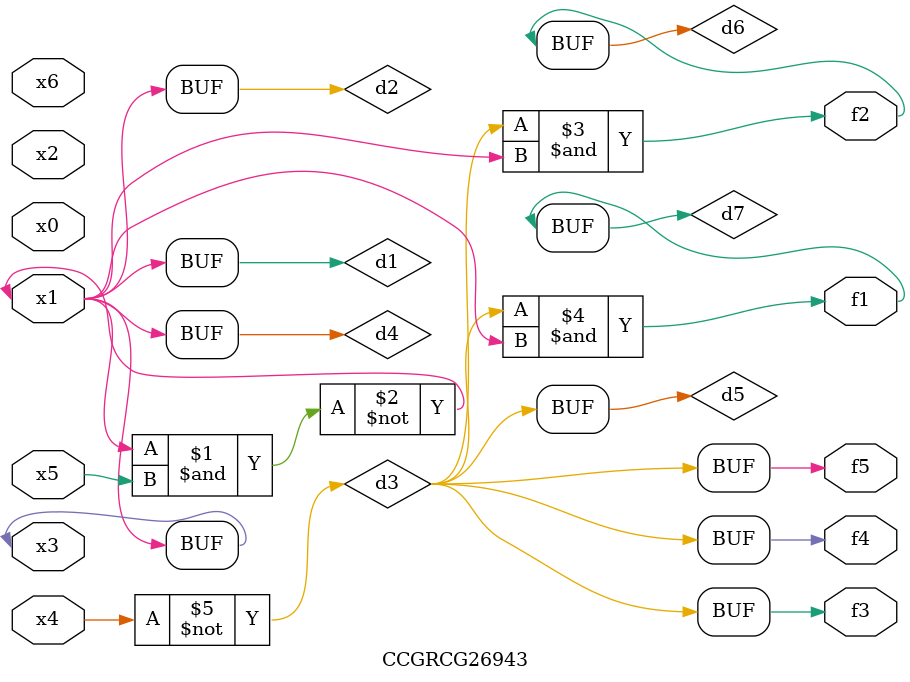
<source format=v>
module CCGRCG26943(
	input x0, x1, x2, x3, x4, x5, x6,
	output f1, f2, f3, f4, f5
);

	wire d1, d2, d3, d4, d5, d6, d7;

	buf (d1, x1, x3);
	nand (d2, x1, x5);
	not (d3, x4);
	buf (d4, d1, d2);
	buf (d5, d3);
	and (d6, d3, d4);
	and (d7, d3, d4);
	assign f1 = d7;
	assign f2 = d6;
	assign f3 = d5;
	assign f4 = d5;
	assign f5 = d5;
endmodule

</source>
